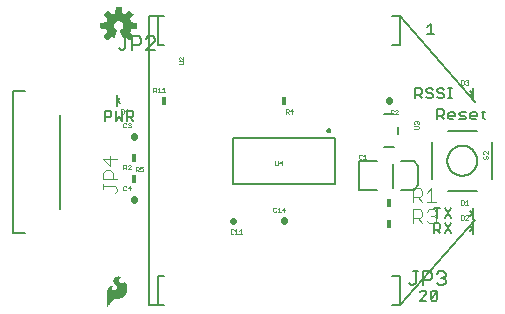
<source format=gbr>
G04 EAGLE Gerber RS-274X export*
G75*
%MOMM*%
%FSLAX34Y34*%
%LPD*%
%INSilkscreen Top*%
%IPPOS*%
%AMOC8*
5,1,8,0,0,1.08239X$1,22.5*%
G01*
%ADD10C,0.152400*%
%ADD11C,0.558800*%
%ADD12C,0.025400*%
%ADD13R,0.457200X0.762000*%
%ADD14C,0.101600*%
%ADD15C,0.203200*%
%ADD16C,0.127000*%

G36*
X98220Y241446D02*
X98220Y241446D01*
X98328Y241456D01*
X98341Y241462D01*
X98355Y241464D01*
X98452Y241512D01*
X98551Y241557D01*
X98564Y241568D01*
X98573Y241572D01*
X98588Y241588D01*
X98665Y241650D01*
X101250Y244235D01*
X101313Y244324D01*
X101379Y244409D01*
X101384Y244422D01*
X101392Y244434D01*
X101423Y244537D01*
X101459Y244640D01*
X101459Y244654D01*
X101463Y244667D01*
X101459Y244775D01*
X101460Y244884D01*
X101455Y244897D01*
X101455Y244911D01*
X101417Y245013D01*
X101382Y245115D01*
X101373Y245130D01*
X101369Y245139D01*
X101355Y245156D01*
X101301Y245238D01*
X98537Y248628D01*
X99094Y249710D01*
X99100Y249730D01*
X99142Y249825D01*
X99513Y250984D01*
X103864Y251427D01*
X103968Y251455D01*
X104074Y251480D01*
X104086Y251487D01*
X104099Y251490D01*
X104189Y251551D01*
X104282Y251608D01*
X104290Y251619D01*
X104302Y251627D01*
X104368Y251713D01*
X104437Y251797D01*
X104441Y251810D01*
X104450Y251821D01*
X104484Y251924D01*
X104523Y252025D01*
X104524Y252043D01*
X104528Y252052D01*
X104528Y252074D01*
X104537Y252172D01*
X104537Y255828D01*
X104520Y255935D01*
X104506Y256043D01*
X104500Y256055D01*
X104498Y256069D01*
X104446Y256165D01*
X104399Y256262D01*
X104389Y256272D01*
X104383Y256284D01*
X104303Y256358D01*
X104227Y256435D01*
X104215Y256441D01*
X104205Y256451D01*
X104106Y256496D01*
X104009Y256544D01*
X103991Y256548D01*
X103982Y256552D01*
X103961Y256554D01*
X103864Y256573D01*
X99513Y257016D01*
X99142Y258175D01*
X99133Y258192D01*
X99131Y258200D01*
X99127Y258207D01*
X99094Y258290D01*
X98537Y259372D01*
X101301Y262762D01*
X101355Y262856D01*
X101412Y262948D01*
X101415Y262961D01*
X101422Y262973D01*
X101443Y263080D01*
X101468Y263185D01*
X101466Y263199D01*
X101469Y263213D01*
X101454Y263320D01*
X101444Y263428D01*
X101438Y263441D01*
X101436Y263455D01*
X101388Y263552D01*
X101343Y263651D01*
X101332Y263664D01*
X101328Y263673D01*
X101312Y263688D01*
X101250Y263765D01*
X98665Y266350D01*
X98576Y266413D01*
X98491Y266479D01*
X98478Y266484D01*
X98466Y266492D01*
X98363Y266523D01*
X98260Y266559D01*
X98246Y266559D01*
X98233Y266563D01*
X98125Y266559D01*
X98016Y266560D01*
X98003Y266555D01*
X97989Y266555D01*
X97887Y266517D01*
X97785Y266482D01*
X97770Y266473D01*
X97761Y266469D01*
X97744Y266455D01*
X97662Y266401D01*
X94272Y263637D01*
X93190Y264194D01*
X93170Y264200D01*
X93075Y264242D01*
X91916Y264613D01*
X91473Y268964D01*
X91445Y269068D01*
X91420Y269174D01*
X91413Y269186D01*
X91410Y269199D01*
X91349Y269289D01*
X91292Y269382D01*
X91281Y269390D01*
X91273Y269402D01*
X91187Y269468D01*
X91103Y269537D01*
X91090Y269541D01*
X91079Y269550D01*
X90976Y269584D01*
X90875Y269623D01*
X90857Y269624D01*
X90848Y269628D01*
X90826Y269628D01*
X90728Y269637D01*
X87072Y269637D01*
X86965Y269620D01*
X86857Y269606D01*
X86845Y269600D01*
X86831Y269598D01*
X86735Y269546D01*
X86638Y269499D01*
X86628Y269489D01*
X86616Y269483D01*
X86542Y269403D01*
X86465Y269327D01*
X86459Y269315D01*
X86449Y269305D01*
X86404Y269206D01*
X86356Y269109D01*
X86352Y269091D01*
X86348Y269082D01*
X86346Y269061D01*
X86327Y268964D01*
X85884Y264613D01*
X84725Y264242D01*
X84707Y264232D01*
X84610Y264194D01*
X83528Y263637D01*
X80138Y266401D01*
X80044Y266455D01*
X79952Y266512D01*
X79939Y266515D01*
X79927Y266522D01*
X79820Y266543D01*
X79715Y266568D01*
X79701Y266566D01*
X79687Y266569D01*
X79580Y266554D01*
X79472Y266544D01*
X79459Y266538D01*
X79446Y266536D01*
X79348Y266488D01*
X79249Y266443D01*
X79236Y266432D01*
X79227Y266428D01*
X79212Y266412D01*
X79135Y266350D01*
X76550Y263765D01*
X76487Y263676D01*
X76421Y263591D01*
X76416Y263578D01*
X76408Y263566D01*
X76377Y263463D01*
X76341Y263360D01*
X76341Y263346D01*
X76337Y263333D01*
X76341Y263225D01*
X76340Y263116D01*
X76345Y263103D01*
X76345Y263089D01*
X76383Y262987D01*
X76418Y262885D01*
X76427Y262870D01*
X76431Y262861D01*
X76445Y262844D01*
X76499Y262762D01*
X79263Y259372D01*
X78706Y258290D01*
X78700Y258270D01*
X78658Y258175D01*
X78287Y257016D01*
X73936Y256573D01*
X73832Y256545D01*
X73726Y256520D01*
X73714Y256513D01*
X73701Y256510D01*
X73611Y256449D01*
X73518Y256392D01*
X73510Y256381D01*
X73498Y256373D01*
X73432Y256287D01*
X73364Y256203D01*
X73359Y256190D01*
X73350Y256179D01*
X73316Y256076D01*
X73277Y255975D01*
X73276Y255957D01*
X73272Y255948D01*
X73273Y255926D01*
X73263Y255828D01*
X73263Y252172D01*
X73280Y252065D01*
X73294Y251957D01*
X73300Y251945D01*
X73302Y251931D01*
X73354Y251835D01*
X73401Y251738D01*
X73411Y251728D01*
X73417Y251716D01*
X73497Y251642D01*
X73573Y251565D01*
X73585Y251559D01*
X73596Y251549D01*
X73694Y251504D01*
X73791Y251456D01*
X73809Y251452D01*
X73818Y251448D01*
X73839Y251446D01*
X73936Y251427D01*
X78287Y250984D01*
X78658Y249825D01*
X78668Y249807D01*
X78706Y249710D01*
X79263Y248628D01*
X76499Y245238D01*
X76445Y245144D01*
X76388Y245052D01*
X76385Y245039D01*
X76378Y245027D01*
X76357Y244920D01*
X76332Y244815D01*
X76334Y244801D01*
X76331Y244787D01*
X76346Y244680D01*
X76356Y244572D01*
X76362Y244559D01*
X76364Y244546D01*
X76412Y244448D01*
X76457Y244349D01*
X76468Y244336D01*
X76472Y244327D01*
X76488Y244312D01*
X76550Y244235D01*
X79135Y241650D01*
X79224Y241587D01*
X79309Y241521D01*
X79322Y241516D01*
X79334Y241508D01*
X79437Y241477D01*
X79540Y241441D01*
X79554Y241441D01*
X79567Y241437D01*
X79675Y241441D01*
X79784Y241440D01*
X79797Y241445D01*
X79811Y241445D01*
X79913Y241483D01*
X80015Y241518D01*
X80030Y241527D01*
X80039Y241531D01*
X80056Y241545D01*
X80138Y241599D01*
X83528Y244363D01*
X84610Y243806D01*
X84663Y243789D01*
X84712Y243763D01*
X84778Y243752D01*
X84842Y243731D01*
X84898Y243732D01*
X84952Y243723D01*
X85019Y243734D01*
X85086Y243735D01*
X85138Y243753D01*
X85193Y243762D01*
X85253Y243794D01*
X85316Y243817D01*
X85359Y243851D01*
X85409Y243877D01*
X85455Y243926D01*
X85507Y243968D01*
X85538Y244015D01*
X85576Y244055D01*
X85632Y244160D01*
X85640Y244173D01*
X85641Y244178D01*
X85645Y244185D01*
X87798Y249382D01*
X87818Y249466D01*
X87823Y249478D01*
X87825Y249494D01*
X87850Y249580D01*
X87849Y249600D01*
X87854Y249620D01*
X87846Y249702D01*
X87847Y249721D01*
X87843Y249741D01*
X87839Y249824D01*
X87832Y249843D01*
X87830Y249863D01*
X87798Y249932D01*
X87792Y249959D01*
X87777Y249983D01*
X87750Y250052D01*
X87737Y250067D01*
X87729Y250085D01*
X87684Y250134D01*
X87664Y250166D01*
X87632Y250192D01*
X87593Y250238D01*
X87572Y250253D01*
X87562Y250263D01*
X87541Y250275D01*
X87478Y250319D01*
X87475Y250321D01*
X87474Y250321D01*
X87472Y250323D01*
X86588Y250818D01*
X85909Y251445D01*
X85395Y252214D01*
X85075Y253082D01*
X84967Y253999D01*
X85080Y254934D01*
X85411Y255815D01*
X85943Y256592D01*
X86644Y257221D01*
X87474Y257664D01*
X88386Y257898D01*
X89328Y257908D01*
X90244Y257694D01*
X91084Y257269D01*
X91798Y256656D01*
X92347Y255891D01*
X92698Y255017D01*
X92831Y254085D01*
X92739Y253148D01*
X92427Y252260D01*
X91912Y251472D01*
X91225Y250828D01*
X90326Y250322D01*
X90286Y250289D01*
X90244Y250267D01*
X90213Y250234D01*
X90165Y250199D01*
X90152Y250182D01*
X90136Y250169D01*
X90101Y250115D01*
X90077Y250089D01*
X90064Y250058D01*
X90022Y250001D01*
X90016Y249981D01*
X90005Y249963D01*
X89987Y249890D01*
X89977Y249867D01*
X89974Y249843D01*
X89951Y249768D01*
X89952Y249747D01*
X89947Y249726D01*
X89954Y249642D01*
X89953Y249624D01*
X89956Y249608D01*
X89959Y249524D01*
X89967Y249498D01*
X89968Y249483D01*
X89978Y249461D01*
X90002Y249382D01*
X90310Y248637D01*
X90311Y248637D01*
X90621Y247888D01*
X90931Y247139D01*
X90931Y247138D01*
X91242Y246390D01*
X91242Y246389D01*
X91552Y245640D01*
X91862Y244891D01*
X91863Y244891D01*
X92155Y244185D01*
X92184Y244138D01*
X92205Y244086D01*
X92248Y244035D01*
X92284Y243978D01*
X92327Y243943D01*
X92363Y243900D01*
X92420Y243866D01*
X92472Y243823D01*
X92524Y243804D01*
X92572Y243775D01*
X92638Y243761D01*
X92701Y243737D01*
X92756Y243735D01*
X92810Y243724D01*
X92877Y243731D01*
X92944Y243729D01*
X92998Y243745D01*
X93053Y243752D01*
X93164Y243796D01*
X93178Y243800D01*
X93182Y243803D01*
X93190Y243806D01*
X94272Y244363D01*
X97662Y241599D01*
X97756Y241545D01*
X97848Y241488D01*
X97861Y241485D01*
X97873Y241478D01*
X97980Y241457D01*
X98085Y241432D01*
X98099Y241434D01*
X98113Y241431D01*
X98220Y241446D01*
G37*
G36*
X79425Y16200D02*
X79425Y16200D01*
X79425Y16290D01*
X79917Y16783D01*
X79918Y16787D01*
X79921Y16787D01*
X80220Y17285D01*
X80717Y17783D01*
X80718Y17784D01*
X80719Y17784D01*
X81218Y18383D01*
X82417Y19583D01*
X82418Y19584D01*
X82419Y19584D01*
X83618Y20983D01*
X84117Y21483D01*
X84615Y21980D01*
X85113Y22279D01*
X85609Y22576D01*
X86202Y22675D01*
X88100Y22675D01*
X88102Y22677D01*
X88104Y22676D01*
X89304Y22876D01*
X89305Y22877D01*
X89307Y22876D01*
X90407Y23176D01*
X90408Y23178D01*
X90409Y23177D01*
X91409Y23577D01*
X91410Y23580D01*
X91413Y23579D01*
X92413Y24179D01*
X92414Y24182D01*
X92416Y24181D01*
X93216Y24881D01*
X93216Y24883D01*
X93217Y24883D01*
X94017Y25683D01*
X94018Y25685D01*
X94019Y25685D01*
X94719Y26585D01*
X94719Y26588D01*
X94722Y26588D01*
X95722Y28388D01*
X95721Y28392D01*
X95724Y28394D01*
X96224Y30294D01*
X96222Y30297D01*
X96225Y30299D01*
X96325Y31999D01*
X96323Y32001D01*
X96324Y32002D01*
X96323Y32003D01*
X96324Y32005D01*
X96024Y33605D01*
X96022Y33606D01*
X96023Y33608D01*
X95523Y35108D01*
X95520Y35110D01*
X95521Y35113D01*
X94821Y36213D01*
X94818Y36214D01*
X94818Y36216D01*
X94018Y37116D01*
X94014Y37117D01*
X94013Y37121D01*
X93213Y37621D01*
X93207Y37620D01*
X93203Y37624D01*
X93196Y37618D01*
X93181Y37616D01*
X93182Y37606D01*
X93175Y37600D01*
X93175Y36704D01*
X93077Y36409D01*
X92980Y36215D01*
X92687Y35922D01*
X92396Y35825D01*
X92103Y35825D01*
X91309Y36023D01*
X90912Y36221D01*
X90614Y36420D01*
X90216Y36719D01*
X89619Y37316D01*
X89421Y37614D01*
X89223Y37910D01*
X89125Y38303D01*
X89125Y38896D01*
X89223Y39191D01*
X89321Y39388D01*
X89518Y39683D01*
X89913Y39979D01*
X90308Y40176D01*
X90805Y40276D01*
X90805Y40277D01*
X90806Y40276D01*
X91203Y40375D01*
X91794Y40375D01*
X91989Y40278D01*
X91996Y40280D01*
X92000Y40275D01*
X92100Y40275D01*
X92107Y40281D01*
X92115Y40281D01*
X92116Y40289D01*
X92124Y40297D01*
X92117Y40306D01*
X92117Y40317D01*
X92017Y40417D01*
X92015Y40418D01*
X92015Y40420D01*
X91615Y40720D01*
X91612Y40719D01*
X91611Y40722D01*
X90211Y41422D01*
X90207Y41421D01*
X90205Y41424D01*
X89305Y41624D01*
X89302Y41622D01*
X89300Y41625D01*
X88300Y41625D01*
X88298Y41623D01*
X88296Y41624D01*
X87196Y41424D01*
X87192Y41420D01*
X87188Y41422D01*
X86088Y40822D01*
X86087Y40819D01*
X86085Y40819D01*
X85185Y40119D01*
X85184Y40114D01*
X85179Y40113D01*
X84679Y39313D01*
X84680Y39309D01*
X84677Y39308D01*
X84377Y38408D01*
X84379Y38403D01*
X84375Y38400D01*
X84375Y37600D01*
X84378Y37597D01*
X84376Y37595D01*
X84576Y36695D01*
X84580Y36692D01*
X84578Y36688D01*
X85078Y35788D01*
X85082Y35787D01*
X85081Y35784D01*
X85781Y34984D01*
X85782Y34984D01*
X86582Y34084D01*
X86583Y34084D01*
X86583Y34083D01*
X87279Y33386D01*
X87575Y32596D01*
X87575Y31904D01*
X87378Y31312D01*
X86983Y30818D01*
X86390Y30423D01*
X85597Y30225D01*
X84803Y30225D01*
X84307Y30324D01*
X83814Y30521D01*
X83219Y31116D01*
X83022Y31411D01*
X82925Y31704D01*
X82925Y32096D01*
X83022Y32387D01*
X83613Y32978D01*
X83908Y33077D01*
X83909Y33079D01*
X83911Y33078D01*
X84311Y33278D01*
X84313Y33283D01*
X84317Y33283D01*
X84417Y33383D01*
X84418Y33386D01*
X84421Y33386D01*
X84418Y33395D01*
X84419Y33415D01*
X84413Y33416D01*
X84411Y33422D01*
X84011Y33622D01*
X84004Y33620D01*
X84000Y33625D01*
X82800Y33625D01*
X82798Y33623D01*
X82796Y33624D01*
X82196Y33524D01*
X82195Y33524D01*
X81695Y33424D01*
X81693Y33422D01*
X81691Y33423D01*
X81191Y33223D01*
X81189Y33219D01*
X81185Y33220D01*
X80785Y32920D01*
X80785Y32919D01*
X80285Y32519D01*
X80284Y32514D01*
X80279Y32513D01*
X79679Y31513D01*
X79680Y31508D01*
X79676Y31507D01*
X79476Y30807D01*
X79477Y30804D01*
X79476Y30803D01*
X79376Y30003D01*
X79377Y30001D01*
X79375Y30000D01*
X79375Y16200D01*
X79397Y16176D01*
X79425Y16200D01*
G37*
D10*
X76899Y173482D02*
X76899Y182125D01*
X81221Y182125D01*
X82661Y180685D01*
X82661Y177804D01*
X81221Y176363D01*
X76899Y176363D01*
X86254Y173482D02*
X86254Y182125D01*
X89136Y176363D02*
X86254Y173482D01*
X89136Y176363D02*
X92017Y173482D01*
X92017Y182125D01*
X95610Y182125D02*
X95610Y173482D01*
X95610Y182125D02*
X99931Y182125D01*
X101372Y180685D01*
X101372Y177804D01*
X99931Y176363D01*
X95610Y176363D01*
X98491Y176363D02*
X101372Y173482D01*
X358313Y99575D02*
X358313Y90932D01*
X355432Y99575D02*
X361194Y99575D01*
X364787Y99575D02*
X370549Y90932D01*
X364787Y90932D02*
X370549Y99575D01*
X355432Y86875D02*
X355432Y78232D01*
X355432Y86875D02*
X359753Y86875D01*
X361194Y85435D01*
X361194Y82554D01*
X359753Y81113D01*
X355432Y81113D01*
X358313Y81113D02*
X361194Y78232D01*
X370549Y78232D02*
X364787Y86875D01*
X370549Y86875D02*
X364787Y78232D01*
X339840Y192532D02*
X339840Y201175D01*
X344161Y201175D01*
X345602Y199735D01*
X345602Y196854D01*
X344161Y195413D01*
X339840Y195413D01*
X342721Y195413D02*
X345602Y192532D01*
X353517Y201175D02*
X354957Y199735D01*
X353517Y201175D02*
X350635Y201175D01*
X349195Y199735D01*
X349195Y198294D01*
X350635Y196854D01*
X353517Y196854D01*
X354957Y195413D01*
X354957Y193973D01*
X353517Y192532D01*
X350635Y192532D01*
X349195Y193973D01*
X362872Y201175D02*
X364312Y199735D01*
X362872Y201175D02*
X359991Y201175D01*
X358550Y199735D01*
X358550Y198294D01*
X359991Y196854D01*
X362872Y196854D01*
X364312Y195413D01*
X364312Y193973D01*
X362872Y192532D01*
X359991Y192532D01*
X358550Y193973D01*
X367905Y192532D02*
X370786Y192532D01*
X369346Y192532D02*
X369346Y201175D01*
X370786Y201175D02*
X367905Y201175D01*
X350012Y252904D02*
X352893Y255785D01*
X352893Y247142D01*
X350012Y247142D02*
X355774Y247142D01*
X349424Y21082D02*
X343662Y21082D01*
X349424Y26844D01*
X349424Y28285D01*
X347984Y29725D01*
X345103Y29725D01*
X343662Y28285D01*
X353017Y28285D02*
X353017Y22523D01*
X353017Y28285D02*
X354458Y29725D01*
X357339Y29725D01*
X358779Y28285D01*
X358779Y22523D01*
X357339Y21082D01*
X354458Y21082D01*
X353017Y22523D01*
X358779Y28285D01*
X358663Y174752D02*
X358663Y183395D01*
X362985Y183395D01*
X364425Y181955D01*
X364425Y179074D01*
X362985Y177633D01*
X358663Y177633D01*
X361544Y177633D02*
X364425Y174752D01*
X369459Y174752D02*
X372340Y174752D01*
X369459Y174752D02*
X368018Y176193D01*
X368018Y179074D01*
X369459Y180514D01*
X372340Y180514D01*
X373781Y179074D01*
X373781Y177633D01*
X368018Y177633D01*
X377374Y174752D02*
X381695Y174752D01*
X383136Y176193D01*
X381695Y177633D01*
X378814Y177633D01*
X377374Y179074D01*
X378814Y180514D01*
X383136Y180514D01*
X388169Y174752D02*
X391050Y174752D01*
X388169Y174752D02*
X386729Y176193D01*
X386729Y179074D01*
X388169Y180514D01*
X391050Y180514D01*
X392491Y179074D01*
X392491Y177633D01*
X386729Y177633D01*
X397525Y176193D02*
X397525Y181955D01*
X397525Y176193D02*
X398965Y174752D01*
X398965Y180514D02*
X396084Y180514D01*
D11*
X185776Y88926D02*
X185776Y88316D01*
D12*
X185473Y81512D02*
X186109Y80876D01*
X185473Y81512D02*
X184202Y81512D01*
X183566Y80876D01*
X183566Y78334D01*
X184202Y77699D01*
X185473Y77699D01*
X186109Y78334D01*
X187308Y80241D02*
X188580Y81512D01*
X188580Y77699D01*
X189851Y77699D02*
X187308Y77699D01*
X191051Y80241D02*
X192322Y81512D01*
X192322Y77699D01*
X191051Y77699D02*
X193593Y77699D01*
D13*
X127000Y190500D03*
D12*
X118237Y197612D02*
X118237Y201425D01*
X120144Y201425D01*
X120779Y200790D01*
X120779Y199519D01*
X120144Y198883D01*
X118237Y198883D01*
X119508Y198883D02*
X120779Y197612D01*
X121979Y200154D02*
X123250Y201425D01*
X123250Y197612D01*
X121979Y197612D02*
X124521Y197612D01*
X125721Y200154D02*
X126992Y201425D01*
X126992Y197612D01*
X125721Y197612D02*
X128263Y197612D01*
D11*
X228600Y89205D02*
X228600Y88595D01*
D12*
X222379Y99190D02*
X221744Y99825D01*
X220473Y99825D01*
X219837Y99190D01*
X219837Y96648D01*
X220473Y96012D01*
X221744Y96012D01*
X222379Y96648D01*
X223579Y98554D02*
X224850Y99825D01*
X224850Y96012D01*
X223579Y96012D02*
X226121Y96012D01*
X229228Y96012D02*
X229228Y99825D01*
X227321Y97919D01*
X229863Y97919D01*
D13*
X317500Y104140D03*
D14*
X338008Y104648D02*
X338008Y116342D01*
X343855Y116342D01*
X345804Y114393D01*
X345804Y110495D01*
X343855Y108546D01*
X338008Y108546D01*
X341906Y108546D02*
X345804Y104648D01*
X349702Y112444D02*
X353600Y116342D01*
X353600Y104648D01*
X349702Y104648D02*
X357498Y104648D01*
D13*
X317500Y86360D03*
D14*
X338008Y86868D02*
X338008Y98562D01*
X343855Y98562D01*
X345804Y96613D01*
X345804Y92715D01*
X343855Y90766D01*
X338008Y90766D01*
X341906Y90766D02*
X345804Y86868D01*
X349702Y96613D02*
X351651Y98562D01*
X355549Y98562D01*
X357498Y96613D01*
X357498Y94664D01*
X355549Y92715D01*
X353600Y92715D01*
X355549Y92715D02*
X357498Y90766D01*
X357498Y88817D01*
X355549Y86868D01*
X351651Y86868D01*
X349702Y88817D01*
D13*
X228600Y190500D03*
D12*
X230133Y183391D02*
X230133Y179578D01*
X230133Y183391D02*
X232039Y183391D01*
X232675Y182756D01*
X232675Y181485D01*
X232039Y180849D01*
X230133Y180849D01*
X231404Y180849D02*
X232675Y179578D01*
X235782Y179578D02*
X235782Y183391D01*
X233875Y181485D01*
X236417Y181485D01*
D15*
X313206Y150876D02*
X321794Y150876D01*
X321794Y179324D02*
X313206Y179324D01*
X325604Y167784D02*
X325604Y162416D01*
D12*
X339214Y166633D02*
X342391Y166633D01*
X343027Y167268D01*
X343027Y168539D01*
X342391Y169175D01*
X339214Y169175D01*
X339849Y170375D02*
X339214Y171010D01*
X339214Y172282D01*
X339849Y172917D01*
X340485Y172917D01*
X341120Y172282D01*
X341120Y171646D01*
X341120Y172282D02*
X341756Y172917D01*
X342391Y172917D01*
X343027Y172282D01*
X343027Y171010D01*
X342391Y170375D01*
D15*
X307500Y115000D02*
X292500Y115000D01*
X292500Y139000D01*
X307500Y139000D01*
X327500Y115000D02*
X338500Y115000D01*
X342500Y119000D01*
X342500Y135000D01*
X338500Y139000D01*
X327500Y139000D01*
D16*
X321310Y137160D02*
X321310Y116840D01*
D12*
X294769Y144115D02*
X294134Y144750D01*
X292863Y144750D01*
X292227Y144115D01*
X292227Y141573D01*
X292863Y140937D01*
X294134Y140937D01*
X294769Y141573D01*
X295969Y143479D02*
X297240Y144750D01*
X297240Y140937D01*
X295969Y140937D02*
X298511Y140937D01*
D11*
X317500Y190195D02*
X317500Y190805D01*
D12*
X320939Y182756D02*
X321575Y182121D01*
X320939Y182756D02*
X319668Y182756D01*
X319033Y182121D01*
X319033Y179579D01*
X319668Y178943D01*
X320939Y178943D01*
X321575Y179579D01*
X322775Y178943D02*
X325317Y178943D01*
X322775Y178943D02*
X325317Y181485D01*
X325317Y182121D01*
X324682Y182756D01*
X323410Y182756D01*
X322775Y182121D01*
D16*
X334615Y36324D02*
X336522Y34417D01*
X338428Y34417D01*
X340335Y36324D01*
X340335Y45857D01*
X338428Y45857D02*
X342242Y45857D01*
X346309Y45857D02*
X346309Y34417D01*
X346309Y45857D02*
X352029Y45857D01*
X353936Y43950D01*
X353936Y40137D01*
X352029Y38230D01*
X346309Y38230D01*
X358003Y43950D02*
X359910Y45857D01*
X363723Y45857D01*
X365629Y43950D01*
X365629Y42044D01*
X363723Y40137D01*
X361816Y40137D01*
X363723Y40137D02*
X365629Y38230D01*
X365629Y36324D01*
X363723Y34417D01*
X359910Y34417D01*
X358003Y36324D01*
X90680Y233553D02*
X88773Y235460D01*
X90680Y233553D02*
X92586Y233553D01*
X94493Y235460D01*
X94493Y244993D01*
X92586Y244993D02*
X96400Y244993D01*
X100467Y244993D02*
X100467Y233553D01*
X100467Y244993D02*
X106187Y244993D01*
X108093Y243086D01*
X108093Y239273D01*
X106187Y237366D01*
X100467Y237366D01*
X112161Y233553D02*
X119787Y233553D01*
X112161Y233553D02*
X119787Y241180D01*
X119787Y243086D01*
X117881Y244993D01*
X114068Y244993D01*
X112161Y243086D01*
D15*
X185293Y159258D02*
X271907Y159258D01*
X185293Y159258D02*
X185293Y120142D01*
X271907Y120142D01*
X271907Y159258D01*
X265405Y165100D02*
X265407Y165171D01*
X265413Y165242D01*
X265423Y165313D01*
X265436Y165383D01*
X265454Y165452D01*
X265475Y165520D01*
X265500Y165587D01*
X265529Y165653D01*
X265561Y165716D01*
X265597Y165778D01*
X265636Y165838D01*
X265678Y165895D01*
X265723Y165950D01*
X265772Y166003D01*
X265823Y166053D01*
X265877Y166100D01*
X265933Y166143D01*
X265992Y166184D01*
X266052Y166222D01*
X266115Y166255D01*
X266180Y166286D01*
X266246Y166313D01*
X266313Y166336D01*
X266382Y166355D01*
X266452Y166371D01*
X266522Y166383D01*
X266593Y166391D01*
X266664Y166395D01*
X266736Y166395D01*
X266807Y166391D01*
X266878Y166383D01*
X266948Y166371D01*
X267018Y166355D01*
X267087Y166336D01*
X267154Y166313D01*
X267220Y166286D01*
X267285Y166255D01*
X267347Y166222D01*
X267408Y166184D01*
X267467Y166143D01*
X267523Y166100D01*
X267577Y166053D01*
X267628Y166003D01*
X267677Y165950D01*
X267722Y165895D01*
X267764Y165838D01*
X267803Y165778D01*
X267839Y165716D01*
X267871Y165653D01*
X267900Y165587D01*
X267925Y165520D01*
X267946Y165452D01*
X267964Y165383D01*
X267977Y165313D01*
X267987Y165242D01*
X267993Y165171D01*
X267995Y165100D01*
X267993Y165029D01*
X267987Y164958D01*
X267977Y164887D01*
X267964Y164817D01*
X267946Y164748D01*
X267925Y164680D01*
X267900Y164613D01*
X267871Y164547D01*
X267839Y164484D01*
X267803Y164422D01*
X267764Y164362D01*
X267722Y164305D01*
X267677Y164250D01*
X267628Y164197D01*
X267577Y164147D01*
X267523Y164100D01*
X267467Y164057D01*
X267408Y164016D01*
X267348Y163978D01*
X267285Y163945D01*
X267220Y163914D01*
X267154Y163887D01*
X267087Y163864D01*
X267018Y163845D01*
X266948Y163829D01*
X266878Y163817D01*
X266807Y163809D01*
X266736Y163805D01*
X266664Y163805D01*
X266593Y163809D01*
X266522Y163817D01*
X266452Y163829D01*
X266382Y163845D01*
X266313Y163864D01*
X266246Y163887D01*
X266180Y163914D01*
X266115Y163945D01*
X266052Y163978D01*
X265992Y164016D01*
X265933Y164057D01*
X265877Y164100D01*
X265823Y164147D01*
X265772Y164197D01*
X265723Y164250D01*
X265678Y164305D01*
X265636Y164362D01*
X265597Y164422D01*
X265561Y164484D01*
X265529Y164547D01*
X265500Y164613D01*
X265475Y164680D01*
X265454Y164748D01*
X265436Y164817D01*
X265423Y164887D01*
X265413Y164958D01*
X265407Y165029D01*
X265405Y165100D01*
D12*
X221243Y139576D02*
X221243Y136399D01*
X221878Y135763D01*
X223149Y135763D01*
X223785Y136399D01*
X223785Y139576D01*
X226892Y139576D02*
X226892Y135763D01*
X224985Y137670D02*
X226892Y139576D01*
X227527Y137670D02*
X224985Y137670D01*
D13*
X101600Y124460D03*
D12*
X92837Y132207D02*
X92837Y136020D01*
X94744Y136020D01*
X95379Y135385D01*
X95379Y134114D01*
X94744Y133478D01*
X92837Y133478D01*
X94108Y133478D02*
X95379Y132207D01*
X96579Y132207D02*
X99121Y132207D01*
X96579Y132207D02*
X99121Y134749D01*
X99121Y135385D01*
X98486Y136020D01*
X97215Y136020D01*
X96579Y135385D01*
D13*
X101600Y142240D03*
D12*
X103133Y134496D02*
X103133Y130683D01*
X103133Y134496D02*
X105039Y134496D01*
X105675Y133861D01*
X105675Y132590D01*
X105039Y131954D01*
X103133Y131954D01*
X104404Y131954D02*
X105675Y130683D01*
X106875Y134496D02*
X109417Y134496D01*
X106875Y134496D02*
X106875Y132590D01*
X108146Y133225D01*
X108782Y133225D01*
X109417Y132590D01*
X109417Y131319D01*
X108782Y130683D01*
X107510Y130683D01*
X106875Y131319D01*
D11*
X101600Y159715D02*
X101600Y160325D01*
D12*
X95379Y170945D02*
X94744Y171580D01*
X93473Y171580D01*
X92837Y170945D01*
X92837Y168403D01*
X93473Y167767D01*
X94744Y167767D01*
X95379Y168403D01*
X96579Y170945D02*
X97215Y171580D01*
X98486Y171580D01*
X99121Y170945D01*
X99121Y170309D01*
X98486Y169674D01*
X97850Y169674D01*
X98486Y169674D02*
X99121Y169038D01*
X99121Y168403D01*
X98486Y167767D01*
X97215Y167767D01*
X96579Y168403D01*
D11*
X101600Y106985D02*
X101600Y106375D01*
D12*
X95379Y117605D02*
X94744Y118240D01*
X93473Y118240D01*
X92837Y117605D01*
X92837Y115063D01*
X93473Y114427D01*
X94744Y114427D01*
X95379Y115063D01*
X98486Y114427D02*
X98486Y118240D01*
X96579Y116334D01*
X99121Y116334D01*
D15*
X367330Y165100D02*
X392430Y165100D01*
X405130Y155100D02*
X405130Y124300D01*
X392130Y114300D02*
X367330Y114300D01*
X354330Y124300D02*
X354330Y155100D01*
X367030Y139700D02*
X367034Y140012D01*
X367045Y140323D01*
X367064Y140634D01*
X367091Y140945D01*
X367126Y141255D01*
X367167Y141563D01*
X367217Y141871D01*
X367274Y142178D01*
X367339Y142483D01*
X367411Y142786D01*
X367490Y143087D01*
X367577Y143387D01*
X367671Y143684D01*
X367772Y143979D01*
X367881Y144271D01*
X367997Y144560D01*
X368120Y144847D01*
X368249Y145130D01*
X368386Y145410D01*
X368530Y145687D01*
X368680Y145960D01*
X368837Y146229D01*
X369000Y146494D01*
X369170Y146756D01*
X369347Y147013D01*
X369529Y147265D01*
X369718Y147513D01*
X369913Y147757D01*
X370113Y147995D01*
X370320Y148229D01*
X370532Y148457D01*
X370750Y148680D01*
X370973Y148898D01*
X371201Y149110D01*
X371435Y149317D01*
X371673Y149517D01*
X371917Y149712D01*
X372165Y149901D01*
X372417Y150083D01*
X372674Y150260D01*
X372936Y150430D01*
X373201Y150593D01*
X373470Y150750D01*
X373743Y150900D01*
X374020Y151044D01*
X374300Y151181D01*
X374583Y151310D01*
X374870Y151433D01*
X375159Y151549D01*
X375451Y151658D01*
X375746Y151759D01*
X376043Y151853D01*
X376343Y151940D01*
X376644Y152019D01*
X376947Y152091D01*
X377252Y152156D01*
X377559Y152213D01*
X377867Y152263D01*
X378175Y152304D01*
X378485Y152339D01*
X378796Y152366D01*
X379107Y152385D01*
X379418Y152396D01*
X379730Y152400D01*
X380042Y152396D01*
X380353Y152385D01*
X380664Y152366D01*
X380975Y152339D01*
X381285Y152304D01*
X381593Y152263D01*
X381901Y152213D01*
X382208Y152156D01*
X382513Y152091D01*
X382816Y152019D01*
X383117Y151940D01*
X383417Y151853D01*
X383714Y151759D01*
X384009Y151658D01*
X384301Y151549D01*
X384590Y151433D01*
X384877Y151310D01*
X385160Y151181D01*
X385440Y151044D01*
X385717Y150900D01*
X385990Y150750D01*
X386259Y150593D01*
X386524Y150430D01*
X386786Y150260D01*
X387043Y150083D01*
X387295Y149901D01*
X387543Y149712D01*
X387787Y149517D01*
X388025Y149317D01*
X388259Y149110D01*
X388487Y148898D01*
X388710Y148680D01*
X388928Y148457D01*
X389140Y148229D01*
X389347Y147995D01*
X389547Y147757D01*
X389742Y147513D01*
X389931Y147265D01*
X390113Y147013D01*
X390290Y146756D01*
X390460Y146494D01*
X390623Y146229D01*
X390780Y145960D01*
X390930Y145687D01*
X391074Y145410D01*
X391211Y145130D01*
X391340Y144847D01*
X391463Y144560D01*
X391579Y144271D01*
X391688Y143979D01*
X391789Y143684D01*
X391883Y143387D01*
X391970Y143087D01*
X392049Y142786D01*
X392121Y142483D01*
X392186Y142178D01*
X392243Y141871D01*
X392293Y141563D01*
X392334Y141255D01*
X392369Y140945D01*
X392396Y140634D01*
X392415Y140323D01*
X392426Y140012D01*
X392430Y139700D01*
X392426Y139388D01*
X392415Y139077D01*
X392396Y138766D01*
X392369Y138455D01*
X392334Y138145D01*
X392293Y137837D01*
X392243Y137529D01*
X392186Y137222D01*
X392121Y136917D01*
X392049Y136614D01*
X391970Y136313D01*
X391883Y136013D01*
X391789Y135716D01*
X391688Y135421D01*
X391579Y135129D01*
X391463Y134840D01*
X391340Y134553D01*
X391211Y134270D01*
X391074Y133990D01*
X390930Y133713D01*
X390780Y133440D01*
X390623Y133171D01*
X390460Y132906D01*
X390290Y132644D01*
X390113Y132387D01*
X389931Y132135D01*
X389742Y131887D01*
X389547Y131643D01*
X389347Y131405D01*
X389140Y131171D01*
X388928Y130943D01*
X388710Y130720D01*
X388487Y130502D01*
X388259Y130290D01*
X388025Y130083D01*
X387787Y129883D01*
X387543Y129688D01*
X387295Y129499D01*
X387043Y129317D01*
X386786Y129140D01*
X386524Y128970D01*
X386259Y128807D01*
X385990Y128650D01*
X385717Y128500D01*
X385440Y128356D01*
X385160Y128219D01*
X384877Y128090D01*
X384590Y127967D01*
X384301Y127851D01*
X384009Y127742D01*
X383714Y127641D01*
X383417Y127547D01*
X383117Y127460D01*
X382816Y127381D01*
X382513Y127309D01*
X382208Y127244D01*
X381901Y127187D01*
X381593Y127137D01*
X381285Y127096D01*
X380975Y127061D01*
X380664Y127034D01*
X380353Y127015D01*
X380042Y127004D01*
X379730Y127000D01*
X379418Y127004D01*
X379107Y127015D01*
X378796Y127034D01*
X378485Y127061D01*
X378175Y127096D01*
X377867Y127137D01*
X377559Y127187D01*
X377252Y127244D01*
X376947Y127309D01*
X376644Y127381D01*
X376343Y127460D01*
X376043Y127547D01*
X375746Y127641D01*
X375451Y127742D01*
X375159Y127851D01*
X374870Y127967D01*
X374583Y128090D01*
X374300Y128219D01*
X374020Y128356D01*
X373743Y128500D01*
X373470Y128650D01*
X373201Y128807D01*
X372936Y128970D01*
X372674Y129140D01*
X372417Y129317D01*
X372165Y129499D01*
X371917Y129688D01*
X371673Y129883D01*
X371435Y130083D01*
X371201Y130290D01*
X370973Y130502D01*
X370750Y130720D01*
X370532Y130943D01*
X370320Y131171D01*
X370113Y131405D01*
X369913Y131643D01*
X369718Y131887D01*
X369529Y132135D01*
X369347Y132387D01*
X369170Y132644D01*
X369000Y132906D01*
X368837Y133171D01*
X368680Y133440D01*
X368530Y133713D01*
X368386Y133990D01*
X368249Y134270D01*
X368120Y134553D01*
X367997Y134840D01*
X367881Y135129D01*
X367772Y135421D01*
X367671Y135716D01*
X367577Y136013D01*
X367490Y136313D01*
X367411Y136614D01*
X367339Y136917D01*
X367274Y137222D01*
X367217Y137529D01*
X367167Y137837D01*
X367126Y138145D01*
X367091Y138455D01*
X367064Y138766D01*
X367045Y139077D01*
X367034Y139388D01*
X367030Y139700D01*
D12*
X397634Y143139D02*
X398269Y143775D01*
X397634Y143139D02*
X397634Y141868D01*
X398269Y141233D01*
X398905Y141233D01*
X399540Y141868D01*
X399540Y143139D01*
X400176Y143775D01*
X400811Y143775D01*
X401447Y143139D01*
X401447Y141868D01*
X400811Y141233D01*
X401447Y144975D02*
X401447Y147517D01*
X401447Y144975D02*
X398905Y147517D01*
X398269Y147517D01*
X397634Y146882D01*
X397634Y145610D01*
X398269Y144975D01*
D15*
X390300Y189700D02*
X326800Y262200D01*
X390300Y89700D02*
X326800Y17200D01*
X121800Y262200D02*
X114300Y262200D01*
X114300Y17200D02*
X121800Y17200D01*
X114300Y17200D02*
X114300Y262200D01*
X121800Y262200D02*
X127300Y262200D01*
X121800Y262200D02*
X121800Y237200D01*
X127300Y237200D01*
X320300Y237200D02*
X326800Y237200D01*
X326800Y262200D01*
X320300Y262200D01*
X127300Y42200D02*
X121800Y42200D01*
X121800Y17200D01*
X127300Y17200D01*
X320300Y17200D02*
X326800Y17200D01*
X326800Y42200D01*
X320300Y42200D01*
D12*
X143001Y221243D02*
X139824Y221243D01*
X143001Y221243D02*
X143637Y221878D01*
X143637Y223149D01*
X143001Y223785D01*
X139824Y223785D01*
X143637Y224985D02*
X143637Y227527D01*
X143637Y224985D02*
X141095Y227527D01*
X140459Y227527D01*
X139824Y226892D01*
X139824Y225620D01*
X140459Y224985D01*
D15*
X389050Y95250D02*
X389050Y90650D01*
X389050Y95250D02*
X389050Y99850D01*
X389050Y95250D02*
X385950Y92912D01*
X388896Y95504D02*
X385950Y97434D01*
D12*
X378587Y102362D02*
X378587Y106175D01*
X378587Y102362D02*
X380494Y102362D01*
X381129Y102998D01*
X381129Y105540D01*
X380494Y106175D01*
X378587Y106175D01*
X382329Y104904D02*
X383600Y106175D01*
X383600Y102362D01*
X382329Y102362D02*
X384871Y102362D01*
D15*
X389050Y82550D02*
X389050Y77950D01*
X389050Y82550D02*
X389050Y87150D01*
X389050Y82550D02*
X385950Y80212D01*
X388896Y82804D02*
X385950Y84734D01*
D12*
X378587Y89662D02*
X378587Y93475D01*
X378587Y89662D02*
X380494Y89662D01*
X381129Y90298D01*
X381129Y92840D01*
X380494Y93475D01*
X378587Y93475D01*
X382329Y89662D02*
X384871Y89662D01*
X382329Y89662D02*
X384871Y92204D01*
X384871Y92840D01*
X384236Y93475D01*
X382965Y93475D01*
X382329Y92840D01*
D15*
X389050Y192250D02*
X389050Y196850D01*
X389050Y201450D01*
X389050Y196850D02*
X385950Y194512D01*
X388896Y197104D02*
X385950Y199034D01*
D12*
X378587Y203962D02*
X378587Y207775D01*
X378587Y203962D02*
X380494Y203962D01*
X381129Y204598D01*
X381129Y207140D01*
X380494Y207775D01*
X378587Y207775D01*
X382329Y207140D02*
X382965Y207775D01*
X384236Y207775D01*
X384871Y207140D01*
X384871Y206504D01*
X384236Y205869D01*
X383600Y205869D01*
X384236Y205869D02*
X384871Y205233D01*
X384871Y204598D01*
X384236Y203962D01*
X382965Y203962D01*
X382329Y204598D01*
D15*
X87200Y195100D02*
X87200Y190500D01*
X87200Y185900D01*
X87200Y190500D02*
X90300Y192838D01*
X87354Y190246D02*
X90300Y188316D01*
D12*
X90433Y183391D02*
X90433Y179578D01*
X92339Y179578D01*
X92975Y180214D01*
X92975Y182756D01*
X92339Y183391D01*
X90433Y183391D01*
X96082Y183391D02*
X96082Y179578D01*
X94175Y181485D02*
X96082Y183391D01*
X96717Y181485D02*
X94175Y181485D01*
D15*
X-409Y198557D02*
X-409Y78557D01*
X-409Y198557D02*
X9591Y198557D01*
X9591Y78557D02*
X-409Y78557D01*
X39591Y98557D02*
X39591Y178557D01*
D14*
X87583Y114014D02*
X85634Y112065D01*
X87583Y114014D02*
X87583Y115963D01*
X85634Y117912D01*
X75889Y117912D01*
X75889Y115963D02*
X75889Y119861D01*
X75889Y123759D02*
X87583Y123759D01*
X75889Y123759D02*
X75889Y129606D01*
X77838Y131555D01*
X81736Y131555D01*
X83685Y129606D01*
X83685Y123759D01*
X87583Y141300D02*
X75889Y141300D01*
X81736Y135453D01*
X81736Y143249D01*
M02*

</source>
